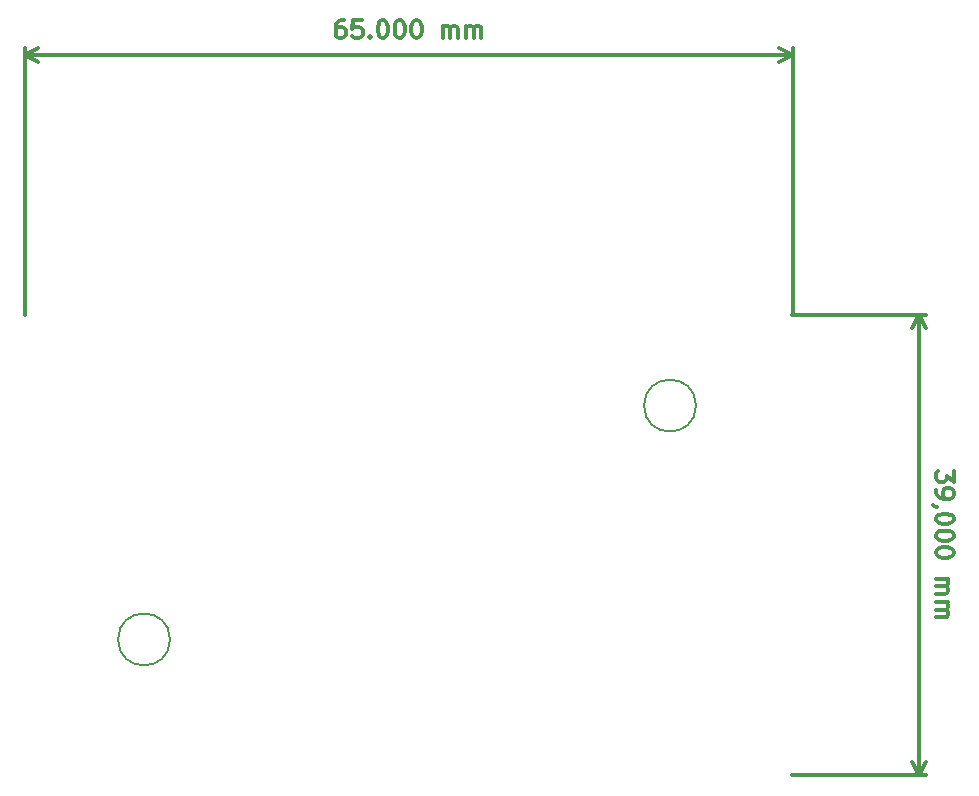
<source format=gbr>
G04 #@! TF.GenerationSoftware,KiCad,Pcbnew,5.0.2-bee76a0~70~ubuntu18.04.1*
G04 #@! TF.CreationDate,2019-12-23T19:02:59+01:00*
G04 #@! TF.ProjectId,board,626f6172-642e-46b6-9963-61645f706362,rev?*
G04 #@! TF.SameCoordinates,Original*
G04 #@! TF.FileFunction,Other,Comment*
%FSLAX46Y46*%
G04 Gerber Fmt 4.6, Leading zero omitted, Abs format (unit mm)*
G04 Created by KiCad (PCBNEW 5.0.2-bee76a0~70~ubuntu18.04.1) date Mon 23 Dec 2019 07:02:59 PM CET*
%MOMM*%
%LPD*%
G01*
G04 APERTURE LIST*
%ADD10C,0.300000*%
%ADD11C,0.150000*%
G04 APERTURE END LIST*
D10*
X171621428Y-113214285D02*
X171621428Y-114142857D01*
X171050000Y-113642857D01*
X171050000Y-113857142D01*
X170978571Y-114000000D01*
X170907142Y-114071428D01*
X170764285Y-114142857D01*
X170407142Y-114142857D01*
X170264285Y-114071428D01*
X170192857Y-114000000D01*
X170121428Y-113857142D01*
X170121428Y-113428571D01*
X170192857Y-113285714D01*
X170264285Y-113214285D01*
X170121428Y-114857142D02*
X170121428Y-115142857D01*
X170192857Y-115285714D01*
X170264285Y-115357142D01*
X170478571Y-115500000D01*
X170764285Y-115571428D01*
X171335714Y-115571428D01*
X171478571Y-115500000D01*
X171550000Y-115428571D01*
X171621428Y-115285714D01*
X171621428Y-115000000D01*
X171550000Y-114857142D01*
X171478571Y-114785714D01*
X171335714Y-114714285D01*
X170978571Y-114714285D01*
X170835714Y-114785714D01*
X170764285Y-114857142D01*
X170692857Y-115000000D01*
X170692857Y-115285714D01*
X170764285Y-115428571D01*
X170835714Y-115500000D01*
X170978571Y-115571428D01*
X170192857Y-116285714D02*
X170121428Y-116285714D01*
X169978571Y-116214285D01*
X169907142Y-116142857D01*
X171621428Y-117214285D02*
X171621428Y-117357142D01*
X171550000Y-117500000D01*
X171478571Y-117571428D01*
X171335714Y-117642857D01*
X171050000Y-117714285D01*
X170692857Y-117714285D01*
X170407142Y-117642857D01*
X170264285Y-117571428D01*
X170192857Y-117500000D01*
X170121428Y-117357142D01*
X170121428Y-117214285D01*
X170192857Y-117071428D01*
X170264285Y-117000000D01*
X170407142Y-116928571D01*
X170692857Y-116857142D01*
X171050000Y-116857142D01*
X171335714Y-116928571D01*
X171478571Y-117000000D01*
X171550000Y-117071428D01*
X171621428Y-117214285D01*
X171621428Y-118642857D02*
X171621428Y-118785714D01*
X171550000Y-118928571D01*
X171478571Y-119000000D01*
X171335714Y-119071428D01*
X171050000Y-119142857D01*
X170692857Y-119142857D01*
X170407142Y-119071428D01*
X170264285Y-119000000D01*
X170192857Y-118928571D01*
X170121428Y-118785714D01*
X170121428Y-118642857D01*
X170192857Y-118500000D01*
X170264285Y-118428571D01*
X170407142Y-118357142D01*
X170692857Y-118285714D01*
X171050000Y-118285714D01*
X171335714Y-118357142D01*
X171478571Y-118428571D01*
X171550000Y-118500000D01*
X171621428Y-118642857D01*
X171621428Y-120071428D02*
X171621428Y-120214285D01*
X171550000Y-120357142D01*
X171478571Y-120428571D01*
X171335714Y-120500000D01*
X171050000Y-120571428D01*
X170692857Y-120571428D01*
X170407142Y-120500000D01*
X170264285Y-120428571D01*
X170192857Y-120357142D01*
X170121428Y-120214285D01*
X170121428Y-120071428D01*
X170192857Y-119928571D01*
X170264285Y-119857142D01*
X170407142Y-119785714D01*
X170692857Y-119714285D01*
X171050000Y-119714285D01*
X171335714Y-119785714D01*
X171478571Y-119857142D01*
X171550000Y-119928571D01*
X171621428Y-120071428D01*
X170121428Y-122357142D02*
X171121428Y-122357142D01*
X170978571Y-122357142D02*
X171050000Y-122428571D01*
X171121428Y-122571428D01*
X171121428Y-122785714D01*
X171050000Y-122928571D01*
X170907142Y-123000000D01*
X170121428Y-123000000D01*
X170907142Y-123000000D02*
X171050000Y-123071428D01*
X171121428Y-123214285D01*
X171121428Y-123428571D01*
X171050000Y-123571428D01*
X170907142Y-123642857D01*
X170121428Y-123642857D01*
X170121428Y-124357142D02*
X171121428Y-124357142D01*
X170978571Y-124357142D02*
X171050000Y-124428571D01*
X171121428Y-124571428D01*
X171121428Y-124785714D01*
X171050000Y-124928571D01*
X170907142Y-125000000D01*
X170121428Y-125000000D01*
X170907142Y-125000000D02*
X171050000Y-125071428D01*
X171121428Y-125214285D01*
X171121428Y-125428571D01*
X171050000Y-125571428D01*
X170907142Y-125642857D01*
X170121428Y-125642857D01*
X168700000Y-100000000D02*
X168700000Y-139000000D01*
X157900000Y-100000000D02*
X169286421Y-100000000D01*
X157900000Y-139000000D02*
X169286421Y-139000000D01*
X168700000Y-139000000D02*
X168113579Y-137873496D01*
X168700000Y-139000000D02*
X169286421Y-137873496D01*
X168700000Y-100000000D02*
X168113579Y-101126504D01*
X168700000Y-100000000D02*
X169286421Y-101126504D01*
X120000000Y-75078571D02*
X119714285Y-75078571D01*
X119571428Y-75150000D01*
X119500000Y-75221428D01*
X119357142Y-75435714D01*
X119285714Y-75721428D01*
X119285714Y-76292857D01*
X119357142Y-76435714D01*
X119428571Y-76507142D01*
X119571428Y-76578571D01*
X119857142Y-76578571D01*
X120000000Y-76507142D01*
X120071428Y-76435714D01*
X120142857Y-76292857D01*
X120142857Y-75935714D01*
X120071428Y-75792857D01*
X120000000Y-75721428D01*
X119857142Y-75650000D01*
X119571428Y-75650000D01*
X119428571Y-75721428D01*
X119357142Y-75792857D01*
X119285714Y-75935714D01*
X121500000Y-75078571D02*
X120785714Y-75078571D01*
X120714285Y-75792857D01*
X120785714Y-75721428D01*
X120928571Y-75650000D01*
X121285714Y-75650000D01*
X121428571Y-75721428D01*
X121500000Y-75792857D01*
X121571428Y-75935714D01*
X121571428Y-76292857D01*
X121500000Y-76435714D01*
X121428571Y-76507142D01*
X121285714Y-76578571D01*
X120928571Y-76578571D01*
X120785714Y-76507142D01*
X120714285Y-76435714D01*
X122214285Y-76435714D02*
X122285714Y-76507142D01*
X122214285Y-76578571D01*
X122142857Y-76507142D01*
X122214285Y-76435714D01*
X122214285Y-76578571D01*
X123214285Y-75078571D02*
X123357142Y-75078571D01*
X123500000Y-75150000D01*
X123571428Y-75221428D01*
X123642857Y-75364285D01*
X123714285Y-75650000D01*
X123714285Y-76007142D01*
X123642857Y-76292857D01*
X123571428Y-76435714D01*
X123500000Y-76507142D01*
X123357142Y-76578571D01*
X123214285Y-76578571D01*
X123071428Y-76507142D01*
X123000000Y-76435714D01*
X122928571Y-76292857D01*
X122857142Y-76007142D01*
X122857142Y-75650000D01*
X122928571Y-75364285D01*
X123000000Y-75221428D01*
X123071428Y-75150000D01*
X123214285Y-75078571D01*
X124642857Y-75078571D02*
X124785714Y-75078571D01*
X124928571Y-75150000D01*
X125000000Y-75221428D01*
X125071428Y-75364285D01*
X125142857Y-75650000D01*
X125142857Y-76007142D01*
X125071428Y-76292857D01*
X125000000Y-76435714D01*
X124928571Y-76507142D01*
X124785714Y-76578571D01*
X124642857Y-76578571D01*
X124500000Y-76507142D01*
X124428571Y-76435714D01*
X124357142Y-76292857D01*
X124285714Y-76007142D01*
X124285714Y-75650000D01*
X124357142Y-75364285D01*
X124428571Y-75221428D01*
X124500000Y-75150000D01*
X124642857Y-75078571D01*
X126071428Y-75078571D02*
X126214285Y-75078571D01*
X126357142Y-75150000D01*
X126428571Y-75221428D01*
X126500000Y-75364285D01*
X126571428Y-75650000D01*
X126571428Y-76007142D01*
X126500000Y-76292857D01*
X126428571Y-76435714D01*
X126357142Y-76507142D01*
X126214285Y-76578571D01*
X126071428Y-76578571D01*
X125928571Y-76507142D01*
X125857142Y-76435714D01*
X125785714Y-76292857D01*
X125714285Y-76007142D01*
X125714285Y-75650000D01*
X125785714Y-75364285D01*
X125857142Y-75221428D01*
X125928571Y-75150000D01*
X126071428Y-75078571D01*
X128357142Y-76578571D02*
X128357142Y-75578571D01*
X128357142Y-75721428D02*
X128428571Y-75650000D01*
X128571428Y-75578571D01*
X128785714Y-75578571D01*
X128928571Y-75650000D01*
X129000000Y-75792857D01*
X129000000Y-76578571D01*
X129000000Y-75792857D02*
X129071428Y-75650000D01*
X129214285Y-75578571D01*
X129428571Y-75578571D01*
X129571428Y-75650000D01*
X129642857Y-75792857D01*
X129642857Y-76578571D01*
X130357142Y-76578571D02*
X130357142Y-75578571D01*
X130357142Y-75721428D02*
X130428571Y-75650000D01*
X130571428Y-75578571D01*
X130785714Y-75578571D01*
X130928571Y-75650000D01*
X131000000Y-75792857D01*
X131000000Y-76578571D01*
X131000000Y-75792857D02*
X131071428Y-75650000D01*
X131214285Y-75578571D01*
X131428571Y-75578571D01*
X131571428Y-75650000D01*
X131642857Y-75792857D01*
X131642857Y-76578571D01*
X93000000Y-78000000D02*
X158000000Y-78000000D01*
X93000000Y-100000000D02*
X93000000Y-77413579D01*
X158000000Y-100000000D02*
X158000000Y-77413579D01*
X158000000Y-78000000D02*
X156873496Y-78586421D01*
X158000000Y-78000000D02*
X156873496Y-77413579D01*
X93000000Y-78000000D02*
X94126504Y-78586421D01*
X93000000Y-78000000D02*
X94126504Y-77413579D01*
D11*
G04 #@! TO.C,H1*
X105270000Y-127500000D02*
G75*
G03X105270000Y-127500000I-2200000J0D01*
G01*
G04 #@! TO.C,H2*
X149800000Y-107700000D02*
G75*
G03X149800000Y-107700000I-2200000J0D01*
G01*
G04 #@! TD*
M02*

</source>
